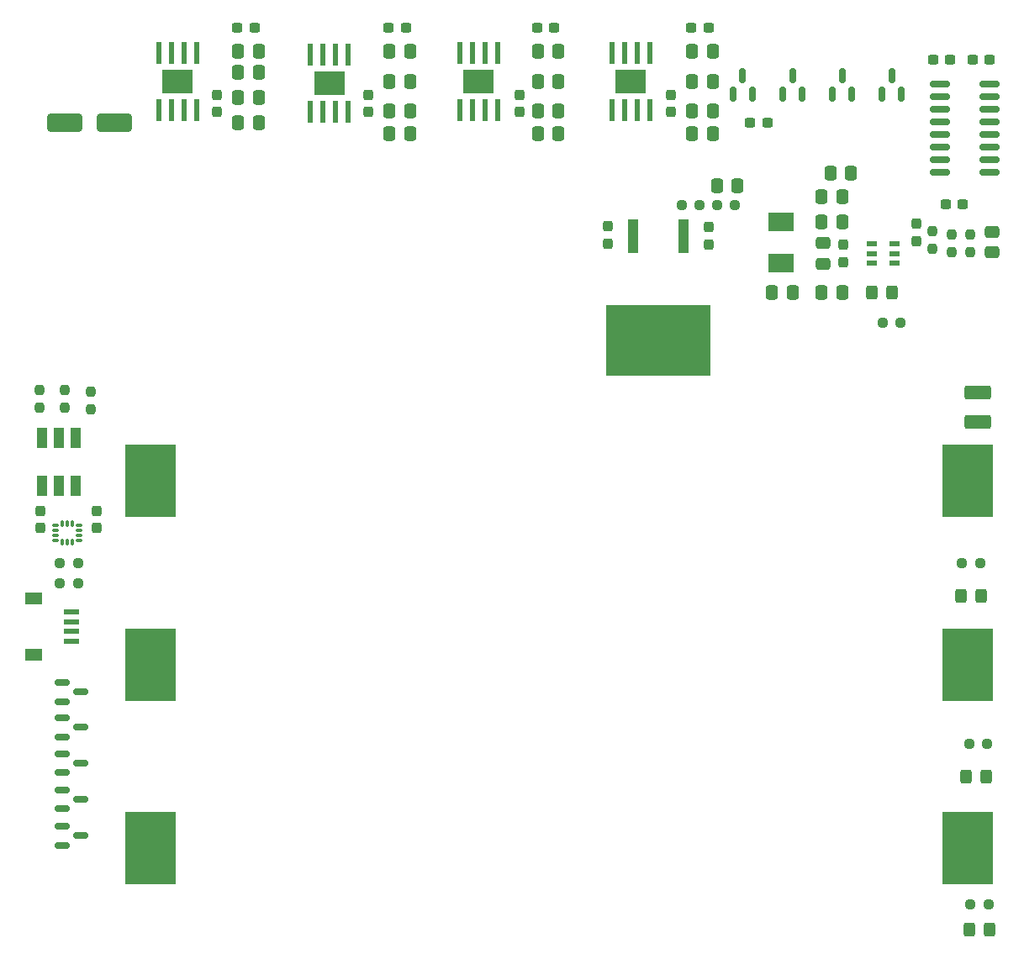
<source format=gbr>
%TF.GenerationSoftware,KiCad,Pcbnew,7.0.2-0*%
%TF.CreationDate,2024-05-31T06:07:32-07:00*%
%TF.ProjectId,version_1,76657273-696f-46e5-9f31-2e6b69636164,rev?*%
%TF.SameCoordinates,Original*%
%TF.FileFunction,Paste,Top*%
%TF.FilePolarity,Positive*%
%FSLAX46Y46*%
G04 Gerber Fmt 4.6, Leading zero omitted, Abs format (unit mm)*
G04 Created by KiCad (PCBNEW 7.0.2-0) date 2024-05-31 06:07:32*
%MOMM*%
%LPD*%
G01*
G04 APERTURE LIST*
G04 Aperture macros list*
%AMRoundRect*
0 Rectangle with rounded corners*
0 $1 Rounding radius*
0 $2 $3 $4 $5 $6 $7 $8 $9 X,Y pos of 4 corners*
0 Add a 4 corners polygon primitive as box body*
4,1,4,$2,$3,$4,$5,$6,$7,$8,$9,$2,$3,0*
0 Add four circle primitives for the rounded corners*
1,1,$1+$1,$2,$3*
1,1,$1+$1,$4,$5*
1,1,$1+$1,$6,$7*
1,1,$1+$1,$8,$9*
0 Add four rect primitives between the rounded corners*
20,1,$1+$1,$2,$3,$4,$5,0*
20,1,$1+$1,$4,$5,$6,$7,0*
20,1,$1+$1,$6,$7,$8,$9,0*
20,1,$1+$1,$8,$9,$2,$3,0*%
G04 Aperture macros list end*
%ADD10RoundRect,0.250000X-0.337500X-0.475000X0.337500X-0.475000X0.337500X0.475000X-0.337500X0.475000X0*%
%ADD11RoundRect,0.237500X0.300000X0.237500X-0.300000X0.237500X-0.300000X-0.237500X0.300000X-0.237500X0*%
%ADD12RoundRect,0.237500X0.250000X0.237500X-0.250000X0.237500X-0.250000X-0.237500X0.250000X-0.237500X0*%
%ADD13RoundRect,0.150000X-0.850000X-0.150000X0.850000X-0.150000X0.850000X0.150000X-0.850000X0.150000X0*%
%ADD14RoundRect,0.237500X-0.237500X0.300000X-0.237500X-0.300000X0.237500X-0.300000X0.237500X0.300000X0*%
%ADD15RoundRect,0.237500X0.237500X-0.300000X0.237500X0.300000X-0.237500X0.300000X-0.237500X-0.300000X0*%
%ADD16RoundRect,0.237500X-0.250000X-0.237500X0.250000X-0.237500X0.250000X0.237500X-0.250000X0.237500X0*%
%ADD17R,3.100000X2.400000*%
%ADD18R,0.500000X2.200000*%
%ADD19R,1.550013X0.600000*%
%ADD20R,1.800000X1.200000*%
%ADD21R,2.500000X1.900000*%
%ADD22RoundRect,0.237500X-0.300000X-0.237500X0.300000X-0.237500X0.300000X0.237500X-0.300000X0.237500X0*%
%ADD23RoundRect,0.237500X0.237500X-0.250000X0.237500X0.250000X-0.237500X0.250000X-0.237500X-0.250000X0*%
%ADD24RoundRect,0.150000X-0.587500X-0.150000X0.587500X-0.150000X0.587500X0.150000X-0.587500X0.150000X0*%
%ADD25R,1.072009X0.532004*%
%ADD26RoundRect,0.250000X0.325000X0.450000X-0.325000X0.450000X-0.325000X-0.450000X0.325000X-0.450000X0*%
%ADD27RoundRect,0.250000X-0.475000X0.337500X-0.475000X-0.337500X0.475000X-0.337500X0.475000X0.337500X0*%
%ADD28RoundRect,0.150000X0.150000X-0.587500X0.150000X0.587500X-0.150000X0.587500X-0.150000X-0.587500X0*%
%ADD29RoundRect,0.250001X-1.074999X0.462499X-1.074999X-0.462499X1.074999X-0.462499X1.074999X0.462499X0*%
%ADD30RoundRect,0.250000X0.337500X0.475000X-0.337500X0.475000X-0.337500X-0.475000X0.337500X-0.475000X0*%
%ADD31RoundRect,0.250000X-1.500000X-0.650000X1.500000X-0.650000X1.500000X0.650000X-1.500000X0.650000X0*%
%ADD32R,5.200000X7.400000*%
%ADD33RoundRect,0.087500X0.225000X0.087500X-0.225000X0.087500X-0.225000X-0.087500X0.225000X-0.087500X0*%
%ADD34RoundRect,0.087500X0.087500X0.225000X-0.087500X0.225000X-0.087500X-0.225000X0.087500X-0.225000X0*%
%ADD35RoundRect,0.237500X-0.237500X0.250000X-0.237500X-0.250000X0.237500X-0.250000X0.237500X0.250000X0*%
%ADD36RoundRect,0.250000X0.475000X-0.337500X0.475000X0.337500X-0.475000X0.337500X-0.475000X-0.337500X0*%
%ADD37R,1.134011X3.358547*%
%ADD38R,10.566421X7.180544*%
%ADD39R,1.100000X2.000000*%
G04 APERTURE END LIST*
D10*
%TO.C,C37*%
X72354000Y-37973000D03*
X74429000Y-37973000D03*
%TD*%
D11*
%TO.C,C60*%
X95477500Y-36830000D03*
X93752500Y-36830000D03*
%TD*%
D12*
%TO.C,R27*%
X116889974Y-81195026D03*
X115064974Y-81195026D03*
%TD*%
D13*
%TO.C,U10*%
X112865000Y-32967973D03*
X112865000Y-34237973D03*
X112865000Y-35507973D03*
X112865000Y-36777973D03*
X112865000Y-38047973D03*
X112865000Y-39317973D03*
X112865000Y-40587973D03*
X112865000Y-41857973D03*
X117865000Y-41857973D03*
X117865000Y-40587973D03*
X117865000Y-39317973D03*
X117865000Y-38047973D03*
X117865000Y-36777973D03*
X117865000Y-35507973D03*
X117865000Y-34237973D03*
X117865000Y-32967973D03*
%TD*%
D10*
%TO.C,C30*%
X100962500Y-54000000D03*
X103037500Y-54000000D03*
%TD*%
D14*
%TO.C,C26*%
X70485000Y-34062500D03*
X70485000Y-35787500D03*
%TD*%
D12*
%TO.C,R25*%
X92227500Y-45155000D03*
X90402500Y-45155000D03*
%TD*%
D15*
%TO.C,C6*%
X89535000Y-49122500D03*
X89535000Y-47397500D03*
%TD*%
D14*
%TO.C,C7*%
X110473500Y-47042500D03*
X110473500Y-48767500D03*
%TD*%
D10*
%TO.C,C42*%
X72354000Y-35687000D03*
X74429000Y-35687000D03*
%TD*%
D16*
%TO.C,R29*%
X24217500Y-81229763D03*
X26042500Y-81229763D03*
%TD*%
D17*
%TO.C,U17*%
X36101000Y-32728973D03*
D18*
X34196000Y-35603973D03*
X35466000Y-35603973D03*
X36736000Y-35603973D03*
X38006000Y-35603973D03*
X38006000Y-29853973D03*
X36736000Y-29853973D03*
X35466000Y-29853973D03*
X34196000Y-29853973D03*
%TD*%
D12*
%TO.C,R17*%
X117635974Y-99433026D03*
X115810974Y-99433026D03*
%TD*%
D14*
%TO.C,C5*%
X79375000Y-47302500D03*
X79375000Y-49027500D03*
%TD*%
D19*
%TO.C,U18*%
X25433024Y-86130127D03*
X25433024Y-87130127D03*
X25432516Y-88130381D03*
X25432516Y-89130381D03*
D20*
X21556976Y-90430102D03*
X21557484Y-84829898D03*
%TD*%
D21*
%TO.C,U5*%
X96882500Y-50968538D03*
X96882500Y-46868462D03*
%TD*%
D14*
%TO.C,C50*%
X27940000Y-75972500D03*
X27940000Y-77697500D03*
%TD*%
D17*
%TO.C,U16*%
X51349000Y-32852973D03*
D18*
X49444000Y-35727973D03*
X50714000Y-35727973D03*
X51984000Y-35727973D03*
X53254000Y-35727973D03*
X53254000Y-29977973D03*
X51984000Y-29977973D03*
X50714000Y-29977973D03*
X49444000Y-29977973D03*
%TD*%
D10*
%TO.C,C11*%
X87889000Y-29667000D03*
X89964000Y-29667000D03*
%TD*%
D11*
%TO.C,C29*%
X113892500Y-30480000D03*
X112167500Y-30480000D03*
%TD*%
D14*
%TO.C,C28*%
X40005000Y-34062500D03*
X40005000Y-35787500D03*
%TD*%
D10*
%TO.C,C36*%
X87889000Y-37973000D03*
X89964000Y-37973000D03*
%TD*%
D17*
%TO.C,U13*%
X81709000Y-32728973D03*
D18*
X79804000Y-35603973D03*
X81074000Y-35603973D03*
X82344000Y-35603973D03*
X83614000Y-35603973D03*
X83614000Y-29853973D03*
X82344000Y-29853973D03*
X81074000Y-29853973D03*
X79804000Y-29853973D03*
%TD*%
D22*
%TO.C,C4*%
X42090000Y-27305000D03*
X43815000Y-27305000D03*
%TD*%
D23*
%TO.C,R23*%
X27305000Y-65747500D03*
X27305000Y-63922500D03*
%TD*%
D15*
%TO.C,C14*%
X103087500Y-50900000D03*
X103087500Y-49175000D03*
%TD*%
D24*
%TO.C,Q25*%
X24462500Y-96825000D03*
X24462500Y-98725000D03*
X26337500Y-97775000D03*
%TD*%
D25*
%TO.C,U4*%
X106022402Y-49087538D03*
X106022402Y-50037500D03*
X106022402Y-50987462D03*
X108320598Y-50987462D03*
X108320598Y-50037500D03*
X108320598Y-49087538D03*
%TD*%
D22*
%TO.C,C3*%
X57330000Y-27305000D03*
X59055000Y-27305000D03*
%TD*%
D26*
%TO.C,D1*%
X117865000Y-118110000D03*
X115815000Y-118110000D03*
%TD*%
D27*
%TO.C,C59*%
X118110000Y-47857500D03*
X118110000Y-49932500D03*
%TD*%
D28*
%TO.C,Q17*%
X92050000Y-33980473D03*
X93950000Y-33980473D03*
X93000000Y-32105473D03*
%TD*%
D10*
%TO.C,C39*%
X42169000Y-36830000D03*
X44244000Y-36830000D03*
%TD*%
D14*
%TO.C,C25*%
X85725000Y-34062500D03*
X85725000Y-35787500D03*
%TD*%
D26*
%TO.C,D7*%
X117002474Y-84497026D03*
X114952474Y-84497026D03*
%TD*%
%TO.C,D3*%
X117494474Y-102735026D03*
X115444474Y-102735026D03*
%TD*%
D22*
%TO.C,C2*%
X72275000Y-27305000D03*
X74000000Y-27305000D03*
%TD*%
D10*
%TO.C,C54*%
X42169000Y-34290000D03*
X44244000Y-34290000D03*
%TD*%
D29*
%TO.C,F1*%
X116662000Y-64045263D03*
X116662000Y-67020263D03*
%TD*%
D17*
%TO.C,U15*%
X66389000Y-32744973D03*
D18*
X64484000Y-35619973D03*
X65754000Y-35619973D03*
X67024000Y-35619973D03*
X68294000Y-35619973D03*
X68294000Y-29869973D03*
X67024000Y-29869973D03*
X65754000Y-29869973D03*
X64484000Y-29869973D03*
%TD*%
D30*
%TO.C,C13*%
X98037500Y-54000000D03*
X95962500Y-54000000D03*
%TD*%
D10*
%TO.C,C47*%
X57409000Y-35687000D03*
X59484000Y-35687000D03*
%TD*%
D12*
%TO.C,R20*%
X117752500Y-115570000D03*
X115927500Y-115570000D03*
%TD*%
D10*
%TO.C,C38*%
X57409000Y-37973000D03*
X59484000Y-37973000D03*
%TD*%
%TO.C,C45*%
X57409000Y-29667000D03*
X59484000Y-29667000D03*
%TD*%
%TO.C,C46*%
X57409000Y-32676999D03*
X59484000Y-32676999D03*
%TD*%
D23*
%TO.C,R4*%
X112122500Y-49576500D03*
X112122500Y-47751500D03*
%TD*%
D16*
%TO.C,R26*%
X86827500Y-45155000D03*
X88652500Y-45155000D03*
%TD*%
%TO.C,R30*%
X24217500Y-83229763D03*
X26042500Y-83229763D03*
%TD*%
D23*
%TO.C,R21*%
X22145000Y-65610000D03*
X22145000Y-63785000D03*
%TD*%
D10*
%TO.C,C58*%
X100925000Y-46863500D03*
X103000000Y-46863500D03*
%TD*%
D22*
%TO.C,C1*%
X87810000Y-27305000D03*
X89535000Y-27305000D03*
%TD*%
D24*
%TO.C,Q24*%
X24462500Y-93275000D03*
X24462500Y-95175000D03*
X26337500Y-94225000D03*
%TD*%
D10*
%TO.C,C15*%
X90402500Y-43180000D03*
X92477500Y-43180000D03*
%TD*%
D31*
%TO.C,D5*%
X24700000Y-36860000D03*
X29700000Y-36860000D03*
%TD*%
D32*
%TO.C,U6*%
X33350000Y-72940000D03*
X115649974Y-72940000D03*
X33350000Y-91440127D03*
X115649974Y-91440127D03*
X33350000Y-109940000D03*
X115649974Y-109940000D03*
%TD*%
D33*
%TO.C,U12*%
X26117500Y-78942263D03*
X26117500Y-78442263D03*
X26117500Y-77942263D03*
X26117500Y-77442263D03*
D34*
X25455000Y-77279763D03*
X24955000Y-77279763D03*
X24455000Y-77279763D03*
D33*
X23792500Y-77442263D03*
X23792500Y-77942263D03*
X23792500Y-78442263D03*
X23792500Y-78942263D03*
D34*
X24455000Y-79104763D03*
X24955000Y-79104763D03*
X25455000Y-79104763D03*
%TD*%
D11*
%TO.C,C61*%
X115162500Y-45085000D03*
X113437500Y-45085000D03*
%TD*%
D10*
%TO.C,C8*%
X101832500Y-41910000D03*
X103907500Y-41910000D03*
%TD*%
D14*
%TO.C,C27*%
X55245000Y-34062500D03*
X55245000Y-35787500D03*
%TD*%
D24*
%TO.C,Q22*%
X24462500Y-100450000D03*
X24462500Y-102350000D03*
X26337500Y-101400000D03*
%TD*%
D10*
%TO.C,C52*%
X42169000Y-29667000D03*
X44244000Y-29667000D03*
%TD*%
D15*
%TO.C,C16*%
X22225000Y-77697500D03*
X22225000Y-75972500D03*
%TD*%
D35*
%TO.C,R3*%
X115932500Y-48087500D03*
X115932500Y-49912500D03*
%TD*%
D36*
%TO.C,C31*%
X101087500Y-51075000D03*
X101087500Y-49000000D03*
%TD*%
D10*
%TO.C,C57*%
X100925000Y-44323500D03*
X103000000Y-44323500D03*
%TD*%
D28*
%TO.C,Q18*%
X97050000Y-33980473D03*
X98950000Y-33980473D03*
X98000000Y-32105473D03*
%TD*%
D24*
%TO.C,Q23*%
X24462500Y-107750000D03*
X24462500Y-109650000D03*
X26337500Y-108700000D03*
%TD*%
D10*
%TO.C,C53*%
X42169000Y-31750000D03*
X44244000Y-31750000D03*
%TD*%
D26*
%TO.C,D4*%
X108025000Y-54000000D03*
X105975000Y-54000000D03*
%TD*%
D10*
%TO.C,C32*%
X87889000Y-32676999D03*
X89964000Y-32676999D03*
%TD*%
D28*
%TO.C,Q20*%
X107050000Y-33980473D03*
X108950000Y-33980473D03*
X108000000Y-32105473D03*
%TD*%
D10*
%TO.C,C41*%
X72354000Y-32676999D03*
X74429000Y-32676999D03*
%TD*%
%TO.C,C40*%
X72354000Y-29667000D03*
X74429000Y-29667000D03*
%TD*%
D22*
%TO.C,C51*%
X116127000Y-30480000D03*
X117852000Y-30480000D03*
%TD*%
D24*
%TO.C,Q21*%
X24462500Y-104050000D03*
X24462500Y-105950000D03*
X26337500Y-105000000D03*
%TD*%
D28*
%TO.C,Q19*%
X102050000Y-33980473D03*
X103950000Y-33980473D03*
X103000000Y-32105473D03*
%TD*%
D16*
%TO.C,R1*%
X107087500Y-57000000D03*
X108912500Y-57000000D03*
%TD*%
D10*
%TO.C,C33*%
X87889000Y-35687000D03*
X89964000Y-35687000D03*
%TD*%
D23*
%TO.C,R2*%
X114027500Y-49912500D03*
X114027500Y-48087500D03*
%TD*%
D37*
%TO.C,U3*%
X86995005Y-48258731D03*
X81914995Y-48258731D03*
D38*
X84455000Y-58830487D03*
%TD*%
D39*
%TO.C,D6*%
X22430000Y-73415000D03*
X24130000Y-73415000D03*
X25830000Y-73415000D03*
X25830000Y-68615000D03*
X24130000Y-68615000D03*
X22430000Y-68615000D03*
%TD*%
D23*
%TO.C,R22*%
X24685000Y-65610000D03*
X24685000Y-63785000D03*
%TD*%
M02*

</source>
